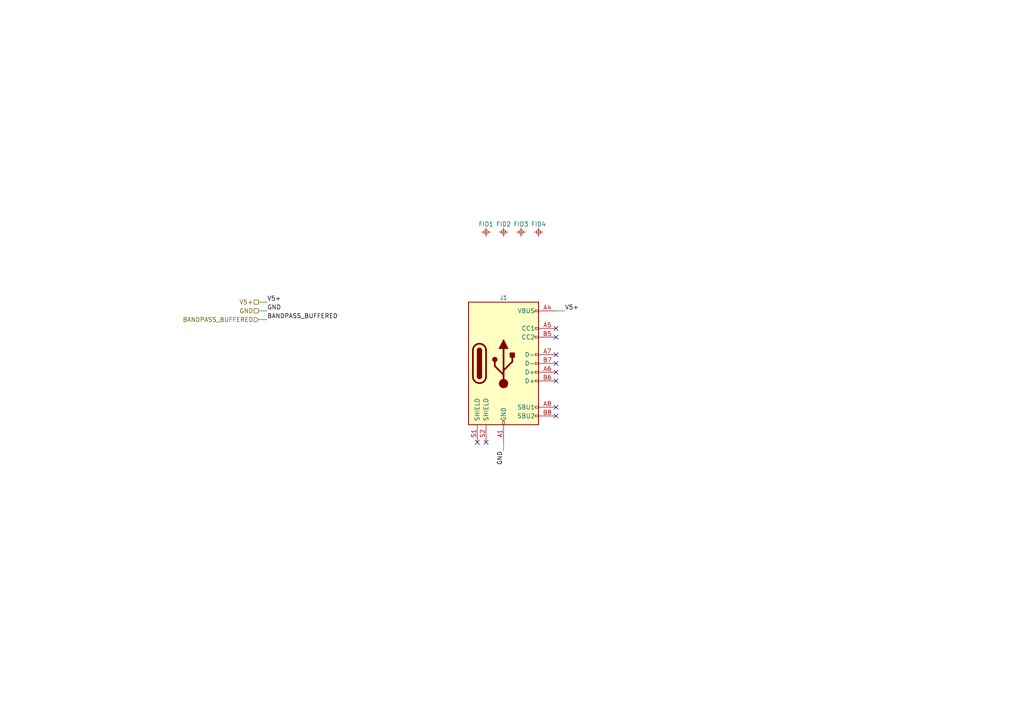
<source format=kicad_sch>
(kicad_sch (version 20250114) (generator "eeschema") (generator_version "9.0")
  (paper "A4")
  (title_block (title "farseer_pcb") (date "2023-12-14") (rev "4.0") (company "Peter Polidoro"))
  (lib_symbols
    (symbol "Janelia:Connector_USB_C_Receptacle_USB2.0_16P_GT-USB-7047C" (pin_names (offset 1.016))
      (property "Reference" "J" (at 0 19.05 0))
      (symbol "Connector_USB_C_Receptacle_USB2.0_16P_GT-USB-7047C_0_0"
        (rectangle (start -0.254 -17.78) (end 0.254 -16.764))
        (rectangle (start 10.16 15.494) (end 9.144 14.986))
        (rectangle (start 10.16 10.414) (end 9.144 9.906))
        (rectangle (start 10.16 7.874) (end 9.144 7.366))
        (rectangle (start 10.16 2.794) (end 9.144 2.286))
        (rectangle (start 10.16 0.254) (end 9.144 -0.254))
        (rectangle (start 10.16 -2.286) (end 9.144 -2.794))
        (rectangle (start 10.16 -4.826) (end 9.144 -5.334))
        (rectangle (start 10.16 -12.446) (end 9.144 -12.954))
        (rectangle (start 10.16 -14.986) (end 9.144 -15.494))
      )
      (symbol "Connector_USB_C_Receptacle_USB2.0_16P_GT-USB-7047C_0_1"
        (rectangle (start -10.16 17.78) (end 10.16 -17.78) (stroke (width 0.254)) (fill (type background)))
        (polyline (pts (xy -8.89 -3.81) (xy -8.89 3.81)) (stroke (width 0.508)))
        (rectangle (start -7.62 -3.81) (end -6.35 3.81) (stroke (width 0.254)) (fill (type outline)))
        (arc (start -7.62 3.81) (mid -6.985 4.4423) (end -6.35 3.81) (stroke (width 0.254)))
        (arc (start -7.62 3.81) (mid -6.985 4.4423) (end -6.35 3.81) (stroke (width 0.254)) (fill (type outline)))
        (arc (start -8.89 3.81) (mid -6.985 5.7067) (end -5.08 3.81) (stroke (width 0.508)))
        (arc (start -5.08 -3.81) (mid -6.985 -5.7067) (end -8.89 -3.81) (stroke (width 0.508)))
        (arc (start -6.35 -3.81) (mid -6.985 -4.4423) (end -7.62 -3.81) (stroke (width 0.254)))
        (arc (start -6.35 -3.81) (mid -6.985 -4.4423) (end -7.62 -3.81) (stroke (width 0.254)) (fill (type outline)))
        (polyline (pts (xy -5.08 3.81) (xy -5.08 -3.81)) (stroke (width 0.508)))
        (circle (center -2.54 1.143) (radius 0.635) (stroke (width 0.254)) (fill (type outline)))
        (polyline (pts (xy -1.27 4.318) (xy 0 6.858) (xy 1.27 4.318) (xy -1.27 4.318)) (stroke (width 0.254)) (fill (type outline)))
        (polyline (pts (xy 0 -2.032) (xy 2.54 0.508) (xy 2.54 1.778)) (stroke (width 0.508)))
        (polyline (pts (xy 0 -3.302) (xy -2.54 -0.762) (xy -2.54 0.508)) (stroke (width 0.508)))
        (polyline (pts (xy 0 -5.842) (xy 0 4.318)) (stroke (width 0.508)))
        (circle (center 0 -5.842) (radius 1.27) (fill (type outline)))
        (rectangle (start 1.905 1.778) (end 3.175 3.048) (stroke (width 0.254)) (fill (type outline)))
      )
      (symbol "Connector_USB_C_Receptacle_USB2.0_16P_GT-USB-7047C_1_1"
        (pin passive line (at -7.62 -22.86 90) (length 5.08) (name "SHIELD") (number "S1"))
        (pin passive line (at -5.08 -22.86 90) (length 5.08) (name "SHIELD") (number "S2"))
        (pin passive line (at 0 -22.86 90) (length 5.08) (name "GND") (number "A1"))
        (pin passive line (at 0 -22.86 90) (length 5.08) (hide yes) (name "GND") (number "A12"))
        (pin passive line (at 0 -22.86 90) (length 5.08) (hide yes) (name "GND") (number "B1"))
        (pin passive line (at 0 -22.86 90) (length 5.08) (hide yes) (name "GND") (number "B12"))
        (pin passive line (at 15.24 15.24 180) (length 5.08) (name "VBUS") (number "A4"))
        (pin passive line (at 15.24 15.24 180) (length 5.08) (hide yes) (name "VBUS") (number "A9"))
        (pin passive line (at 15.24 15.24 180) (length 5.08) (hide yes) (name "VBUS") (number "B4"))
        (pin passive line (at 15.24 15.24 180) (length 5.08) (hide yes) (name "VBUS") (number "B9"))
        (pin bidirectional line (at 15.24 10.16 180) (length 5.08) (name "CC1") (number "A5"))
        (pin bidirectional line (at 15.24 7.62 180) (length 5.08) (name "CC2") (number "B5"))
        (pin bidirectional line (at 15.24 2.54 180) (length 5.08) (name "D-") (number "A7"))
        (pin bidirectional line (at 15.24 0 180) (length 5.08) (name "D-") (number "B7"))
        (pin bidirectional line (at 15.24 -2.54 180) (length 5.08) (name "D+") (number "A6"))
        (pin bidirectional line (at 15.24 -5.08 180) (length 5.08) (name "D+") (number "B6"))
        (pin bidirectional line (at 15.24 -12.7 180) (length 5.08) (name "SBU1") (number "A8"))
        (pin bidirectional line (at 15.24 -15.24 180) (length 5.08) (name "SBU2") (number "B8"))
      )
    )
    (symbol "Janelia:FIDUCIAL_0.5mm_MASK1mm" (pin_numbers (hide yes)) (pin_names (offset 0.762) (hide yes)) (in_bom no)
      (property "Reference" "FID" (at 0 2.286 0))
      (symbol "FIDUCIAL_0.5mm_MASK1mm_0_1"
        (polyline (pts (xy -1.27 0) (xy 1.27 0) (xy 1.27 0)))
        (polyline (pts (xy 0 1.27) (xy 0 -1.27) (xy 0 -1.27)))
        (circle (center 0 0) (radius 0.635) (fill (type background)))
      )
    )
  )
  (no_connect (at 140.97 128.27))
  (no_connect (at 161.29 107.95))
  (no_connect (at 138.43 128.27))
  (no_connect (at 161.29 105.41))
  (no_connect (at 161.29 102.87))
  (no_connect (at 161.29 110.49))
  (no_connect (at 161.29 118.11))
  (no_connect (at 161.29 120.65))
  (no_connect (at 161.29 97.79))
  (no_connect (at 161.29 95.25))
  (wire (pts (xy 74.93 92.71) (xy 77.47 92.71)))
  (wire (pts (xy 146.05 128.27) (xy 146.05 130.81)))
  (wire (pts (xy 163.83 90.17) (xy 161.29 90.17)))
  (wire (pts (xy 74.93 90.17) (xy 77.47 90.17)))
  (wire (pts (xy 74.93 87.63) (xy 77.47 87.63)))
  (label "GND" (at 146.05 130.81 270))
  (label "GND" (at 77.47 90.17 0))
  (label "BANDPASS_BUFFERED" (at 77.47 92.71 0))
  (label "V5+" (at 77.47 87.63 0))
  (label "V5+" (at 163.83 90.17 0))
  (hierarchical_label "V5+" (shape passive) (at 74.93 87.63 180))
  (hierarchical_label "BANDPASS_BUFFERED" (shape input) (at 74.93 92.71 180))
  (hierarchical_label "GND" (shape passive) (at 74.93 90.17 180))
  (symbol (lib_id "Janelia:FIDUCIAL_0.5mm_MASK1mm") (at 140.97 67.31 0) (unit 1) (in_bom no)
    (property "Reference" "FID1" (at 140.97 65.024 0))
    (property "Value" "FIDUCIAL_0.5mm_MASK1mm" (effects (hide yes)))
    (property "Footprint" "Janelia:FIDUCIAL_0.5mm_Mask1mm" (effects (hide yes)))
  )
  (symbol (lib_id "Janelia:Connector_USB_C_Receptacle_USB2.0_16P_GT-USB-7047C") (at 146.05 105.41 0) (unit 1)
    (property "Reference" "J1" (at 146.05 86.36 0))
    (property "Value" "Connector_USB_C_Receptacle_USB2.0_16P_GT-USB-7047C" (effects (hide yes)))
    (property "Footprint" "Janelia:USB_C_Receptacle_GT-USB-7047C_16P_TopMnt_Horizontal" (effects (hide yes)))
    (property "Description" "5A USB 2.0 1 Horizontal attachment 16P Female -40℃~+85℃ Gold High conductivity copper Type-C SMD USB Connectors ROHS" (effects (hide yes)))
    (property "Synopsis" "USB Type-C 2.0 16P 5A" (effects (hide yes)))
    (property "Package" "SMD" (effects (hide yes)))
    (property "Manufacturer" "G-Switch" (effects (hide yes)))
    (property "Manufacturer Part Number" "GT-USB-7047C" (effects (hide yes)))
    (property "Vendor" "JLCPCB" (effects (hide yes)))
    (property "Vendor Part Number" "C963218" (effects (hide yes)))
    (property "LCSC" "C963218" (effects (hide yes)))
  )
  (symbol (lib_id "Janelia:FIDUCIAL_0.5mm_MASK1mm") (at 151.13 67.31 0) (unit 1) (in_bom no)
    (property "Reference" "FID3" (at 151.13 65.024 0))
    (property "Value" "FIDUCIAL_0.5mm_MASK1mm" (effects (hide yes)))
    (property "Footprint" "Janelia:FIDUCIAL_0.5mm_Mask1mm" (effects (hide yes)))
  )
  (symbol (lib_id "Janelia:FIDUCIAL_0.5mm_MASK1mm") (at 156.21 67.31 0) (unit 1) (in_bom no)
    (property "Reference" "FID4" (at 156.21 65.024 0))
    (property "Value" "FIDUCIAL_0.5mm_MASK1mm" (effects (hide yes)))
    (property "Footprint" "Janelia:FIDUCIAL_0.5mm_Mask1mm" (effects (hide yes)))
  )
  (symbol (lib_id "Janelia:FIDUCIAL_0.5mm_MASK1mm") (at 146.05 67.31 0) (unit 1) (in_bom no)
    (property "Reference" "FID2" (at 146.05 65.024 0))
    (property "Value" "FIDUCIAL_0.5mm_MASK1mm" (effects (hide yes)))
    (property "Footprint" "Janelia:FIDUCIAL_0.5mm_Mask1mm" (effects (hide yes)))
  )
)
</source>
